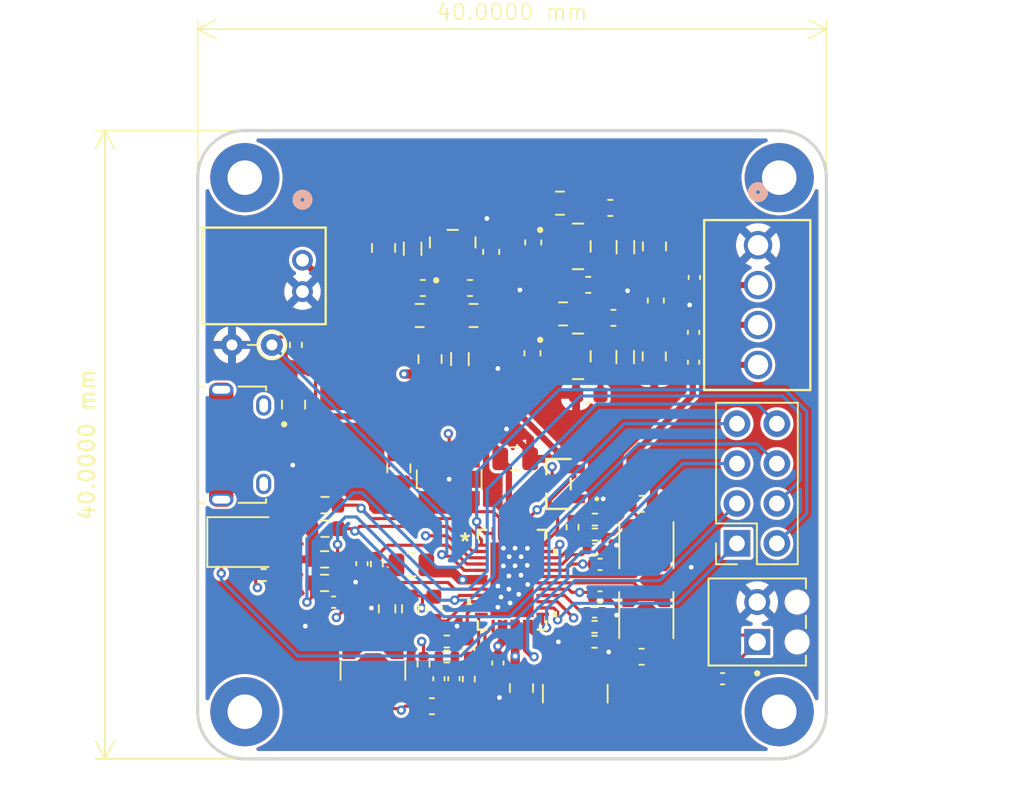
<source format=kicad_pcb>
(kicad_pcb (version 20241229) (generator "pcbnew") (generator_version "9.0")
  (layers (0 "F.Cu" signal) (4 "In1.Cu" signal) (6 "In2.Cu" signal) (2 "B.Cu" signal) (13 "F.Paste" user) (15 "B.Paste" user) (5 "F.SilkS" user "F.Silkscreen") (7 "B.SilkS" user "B.Silkscreen") (1 "F.Mask" user) (3 "B.Mask" user) (25 "Edge.Cuts" user))
  (net 0 "")
  (net 1 "GND")
  (net 2 "/PWRIN")
  (net 3 "/CLPROG")
  (net 4 "/VC3")
  (net 5 "/FB3")
  (net 6 "Net-(C5-Pad1)")
  (net 7 "Net-(C6-Pad1)")
  (net 8 "/VIN1")
  (net 9 "+3V3HC")
  (net 10 "+5V")
  (net 11 "/FB4")
  (net 12 "/FB1")
  (net 13 "/FB2")
  (net 14 "-5V")
  (net 15 "Net-(U2-CFLY+)")
  (net 16 "Net-(U2-CFLY-)")
  (net 17 "Net-(U2-IN)")
  (net 18 "Net-(U4-NR)")
  (net 19 "Net-(U3-NR{slash}FB)")
  (net 20 "-2V5")
  (net 21 "+2V5")
  (net 22 "Net-(U2-OUT)")
  (net 23 "Net-(U3-OUT)")
  (net 24 "Net-(U4-OUT)")
  (net 25 "Net-(D1-A)")
  (net 26 "/NCHRG")
  (net 27 "/MODE")
  (net 28 "/ILIM1")
  (net 29 "/NFAULT")
  (net 30 "/EN1")
  (net 31 "/EN3")
  (net 32 "/EN2")
  (net 33 "/EN4")
  (net 34 "/ILIM0")
  (net 35 "/BAT")
  (net 45 "/SW")
  (net 46 "/SWAB3")
  (net 47 "/SWCD3")
  (net 48 "/SW1")
  (net 49 "/SW2")
  (net 50 "/SW4")
  (net 51 "/GATE")
  (net 52 "/LDO3V3")
  (net 53 "/NTC")
  (net 54 "/PROG")
  (net 55 "+3V3_UC")
  (net 56 "+3V3_AFE")
  (footprint "Capacitor_SMD:C_0603_1608Metric" (layer "F.Cu") (at 174.85 89.825 180)
    (property "Reference" "C24")
    (property "Value" "0u01")
  )
  (footprint "Capacitor_SMD:C_0805_2012Metric" (layer "F.Cu") (at 167.55 91.775)
    (property "Reference" "C23")
    (property "Value" "10u")
  )
  (footprint "Capacitor_SMD:C_0603_1608Metric" (layer "F.Cu") (at 176.25 84.925)
    (property "Reference" "C32")
    (property "Value" "2u2")
  )
  (footprint "Capacitor_SMD:C_0603_1608Metric" (layer "F.Cu") (at 178.25 103.767598)
    (property "Reference" "C14")
    (property "Value" "10u")
  )
  (footprint "Capacitor_SMD:C_0402_1005Metric" (layer "F.Cu") (at 175.6 107.617598 180)
    (property "Reference" "C16")
    (property "Value" "1u")
  )
  (footprint "LED_SMD:LED_1210_3225Metric" (layer "F.Cu") (at 152.9 106.2)
    (property "Reference" "D1")
    (property "Value" "RED")
  )
  (footprint "Capacitor_SMD:C_0805_2012Metric" (layer "F.Cu") (at 173.05 84.625 180)
    (property "Reference" "C34")
    (property "Value" "10u")
  )
  (footprint "Resistor_SMD:R_0402_1005Metric" (layer "F.Cu") (at 175.25 111.597598 180)
    (property "Reference" "R19")
    (property "Value" "324K")
  )
  (footprint "MountingHole:MountingHole_2.2mm_M2_Pad_TopBottom" (layer "F.Cu") (at 187 117)
    (property "Reference" "REF**" (hide yes))
    (property "Value" "MountingHole_2.2mm_M2_Pad_TopBottom")
  )
  (footprint "Capacitor_SMD:C_0805_2012Metric" (layer "F.Cu") (at 161.825 87.475 -90)
    (property "Reference" "C38")
    (property "Value" "10u")
  )
  (footprint "Inductor_SMD:L_0805_2012Metric" (layer "F.Cu") (at 166.685 94.55 90)
    (property "Reference" "L6")
    (property "Value" "3u3")
  )
  (footprint "Resistor_SMD:R_0603_1608Metric" (layer "F.Cu") (at 158.1 103.85 180)
    (property "Reference" "R5")
    (property "Value" "10K")
  )
  (footprint "Inductor_SMD:L_Coilcraft_LPS4018" (layer "F.Cu") (at 174.023801 115.847598 -90)
    (property "Reference" "L2")
    (property "Value" "2u2")
  )
  (footprint "Capacitor_SMD:C_0805_2012Metric" (layer "F.Cu") (at 163.6 107.65 180)
    (property "Reference" "C13")
    (property "Value" "22u")
  )
  (footprint "Capacitor_SMD:C_0603_1608Metric" (layer "F.Cu") (at 176.45 91.925)
    (property "Reference" "C31")
    (property "Value" "2u2")
  )
  (footprint "Capacitor_SMD:C_0402_1005Metric" (layer "F.Cu") (at 167.25 112.98 90)
    (property "Reference" "C4")
    (property "Value" "10p")
  )
  (footprint "Resistor_SMD:R_0402_1005Metric" (layer "F.Cu") (at 173.85 105.25 90)
    (property "Reference" "R4")
    (property "Value" "2K")
  )
  (footprint "power_manager:S2B-PH-K-S" (layer "F.Cu") (at 156.6674 88.2549 -90)
    (property "Reference" "J3")
    (property "Value" "S2B-PH-K-SLFSN")
  )
  (footprint "Capacitor_SMD:C_0402_1005Metric" (layer "F.Cu") (at 183.4 114.9 180)
    (property "Reference" "C1")
    (property "Value" "1u")
  )
  (footprint "MountingHole:MountingHole_2.2mm_M2_Pad_TopBottom" (layer "F.Cu") (at 153 83)
    (property "Reference" "REF**" (hide yes))
    (property "Value" "MountingHole_2.2mm_M2_Pad_TopBottom")
  )
  (footprint "Connector_PinSocket_2.54mm:PinSocket_2x04_P2.54mm_Vertical" (layer "F.Cu") (at 184.31 106.28295 180)
    (property "Reference" "J2")
    (property "Value" "Conn_02x04_Odd_Even")
  )
  (footprint "Inductor_SMD:L_Coilcraft_LPS3010" (layer "F.Cu") (at 178.55 106.397598 90)
    (property "Reference" "L3")
    (property "Value" "4u7")
  )
  (footprint "Capacitor_SMD:C_0805_2012Metric" (layer "F.Cu") (at 156.1 97.45 90)
    (property "Reference" "C40")
    (property "Value" "10u")
  )
  (footprint "Capacitor_SMD:C_0805_2012Metric" (layer "F.Cu") (at 179.05 94.375 -90)
    (property "Reference" "C36")
    (property "Value" "10u")
  )
  (footprint "Capacitor_SMD:C_0402_1005Metric" (layer "F.Cu") (at 158.65 110.025 180)
    (property "Reference" "C41")
    (property "Value" "1u")
  )
  (footprint "power_manager:1725656" (layer "F.Cu") (at 188.7 114.0575 90)
    (property "Reference" "J1")
    (property "Value" "1725656" (hide yes))
  )
  (footprint "power_manager:LTC3586EUFE_PBF" (layer "F.Cu") (at 170 108.597598)
    (property "Reference" "U1")
    (property "Value" "LTC3586EUFE-PBF")
  )
  (footprint "Resistor_THT:R_Axial_DIN0204_L3.6mm_D1.6mm_P2.54mm_Vertical" (layer "F.Cu") (at 154.72 93.65 180)
    (property "Reference" "TH1")
    (property "Value" "NTC")
  )
  (footprint "Inductor_SMD:L_Coilcraft_LPS4018" (layer "F.Cu") (at 161.15 114.4 90)
    (property "Reference" "L5")
    (property "Value" "2u2")
  )
  (footprint "Capacitor_SMD:C_0402_1005Metric" (layer "F.Cu") (at 166.3 114.9 90)
    (property "Reference" "C5")
    (property "Value" "330p")
  )
  (footprint "Capacitor_SMD:C_0402_1005Metric" (layer "F.Cu") (at 181.55 92.85 -90)
    (property "Reference" "C28")
    (property "Value" "1u")
  )
  (footprint "Capacitor_SMD:C_0805_2012Metric" (layer "F.Cu") (at 164.125 91.775 180)
    (property "Reference" "C30")
    (property "Value" "10u")
  )
  (footprint "Capacitor_SMD:C_0402_1005Metric" (layer "F.Cu") (at 160.45 107.575 -90)
    (property "Reference" "C3")
    (property "Value" "0u1")
  )
  (footprint "Resistor_SMD:R_0603_1608Metric" (layer "F.Cu") (at 163.525 110.45 -90)
    (property "Reference" "R15")
    (property "Value" "88K7")
  )
  (footprint "Capacitor_SMD:C_0805_2012Metric" (layer "F.Cu") (at 164.785 94.55 90)
    (property "Reference" "C19")
    (property "Value" "10u")
  )
  (footprint "Resistor_SMD:R_0603_1608Metric" (layer "F.Cu") (at 158.1 105.35 180)
    (property "Reference" "R6")
    (property "Value" "10K")
  )
  (footprint "Resistor_SMD:R_0402_1005Metric" (layer "F.Cu") (at 164.37 113.98 -90)
    (property "Reference" "R13")
    (property "Value" "121K")
  )
  (footprint "power_manager:TPS60403DBVR" (layer "F.Cu") (at 166.225 87.125 90)
    (property "Reference" "U2")
    (property "Value" "TPS60403DBVR")
  )
  (footprint "Capacitor_SMD:C_0603_1608Metric" (layer "F.Cu") (at 174.85 96.825 180)
    (property "Reference" "C25")
    (property "Value" "1u")
  )
  (footprint "Resistor_SMD:R_0402_1005Metric" (layer "F.Cu") (at 175.275 105.717598 180)
    (property "Reference" "R17")
    (property "Value" "324K")
  )
  (footprint "power_manager:SI2333DDS-T1-GE3" (layer "F.Cu") (at 172.9579 102.5 90)
    (property "Reference" "MOSFET1")
    (property "Value" "SI2333DDS-T1-GE3")
  )
  (footprint "Resistor_SMD:R_0402_1005Metric" (layer "F.Cu") (at 154.2 108.3)
    (property "Reference" "R14")
    (property "Value" "510R")
  )
  (footprint "Capacitor_SMD:C_0402_1005Metric" (layer "F.Cu") (at 175.6 109.697598 180)
    (property "Reference" "C17")
    (property "Value" "1u")
  )
  (footprint "power_manager:10118194-0001LF" (layer "F.Cu") (at 151.5 100 -90)
    (property "Reference" "J5")
    (property "Value" "10118194-0001LF")
  )
  (footprint "Capacitor_SMD:C_0603_1608Metric" (layer "F.Cu") (at 164.325 90.025 180)
    (property "Reference" "C35")
    (property "Value" "1u")
  )
  (footprint "Capacitor_SMD:C_0805_2012Metric" (layer "F.Cu") (at 162.8 101.5 -90)
    (property "Reference" "C7")
    (property "Value" "22u")
  )
  (footprint "Inductor_SMD:L_0805_2012Metric" (layer "F.Cu") (at 177.2 94.425 90)
    (property "Reference" "L7")
    (property "Value" "3u3")
  )
  (footprint "Capacitor_SMD:C_0603_1608Metric" (layer "F.Cu") (at 164.9 116.65)
    (property "Reference" "C18")
    (property "Value" "10u")
  )
  (footprint "Capacitor_SMD:C_0805_2012Metric" (layer "F.Cu") (at 173.25 91.675 180)
    (property "Reference" "C33")
    (property "Value" "10u")
  )
  (footprint "power_manager:TPS72325DBVR" (layer "F.Cu") (at 174.2 87.375)
    (property "Reference" "U4")
    (property "Value" "TPS72325DBVR")
  )
  (footprint "Capacitor_SMD:C_0603_1608Metric" (layer "F.Cu") (at 168.675 87.725 90)
    (property "Reference" "C21")
    (property "Value" "1u")
  )
  (footprint "Capacitor_SMD:C_0603_1608Metric" (layer "F.Cu") (at 179.15 90.825 90)
    (property "Reference" "C39")
    (property "Value" "0u1")
  )
  (footprint "Resistor_SMD:R_0603_1608Metric" (layer "F.Cu") (at 162.05 110.45 90)
    (property "Reference" "R16")
    (property "Value" "16K9")
  )
  (footprint "Inductor_SMD:L_Coilcraft_LPS4018" (layer "F.Cu") (at 166 102.2 90)
    (property "Reference" "L1")
    (property "Value" "3u3")
  )
  (footprint "Capacitor_SMD:C_0805_2012Metric" (layer "F.Cu") (at 170.6 115.497598 -90)
    (property "Reference" "C8")
    (property "Value" "22u")
  )
  (footprint "Capacitor_SMD:C_0805_2012Metric" (layer "F.Cu") (at 170.2 100.9)
    (property "Reference" "C2")
    (property "Value" "22u")
  )
  (footprint "MountingHole:MountingHole_2.2mm_M2_Pad_TopBottom" (layer "F.Cu") (at 187 83)
    (property "Reference" "REF**" (hide yes))
    (property "Value" "MountingHole_2.2mm_M2_Pad_TopBottom")
  )
  (footprint "Capacitor_SMD:C_0402_1005Metric" (layer "F.Cu") (at 175.255 106.667598 180)
    (property "Reference" "C11")
    (property "Value" "10p")
  )
  (footprint "Capacitor_SMD:C_0805_2012Metric" (layer "F.Cu") (at 179.0625 87.375 90)
    (property "Reference" "C37")
    (property "Value" "10u")
  )
  (footprint "Capacitor_SMD:C_0603_1608Metric" (layer "F.Cu") (at 171.3 94.175 -90)
    (property "Reference" "C22")
    (property "Value" "1u")
  )
  (footprint "Resistor_SMD:R_0402_1005Metric" (layer "F.Cu") (at 175.25 112.547598)
    (property "Reference" "R20")
    (property "Value" "105K")
  )
  (footprint "Capacitor_SMD:C_0402_1005Metric" (layer "F.Cu") (at 169.1 113.897598 90)
    (property "Reference" "C9")
    (property "Value" "2u2")
  )
  (footprint "power_manager:OSTVN04A150" (layer "F.Cu") (at 185.651199 87.3 -90)
    (property "Reference" "J4")
    (property "Value" "OSTVN04A150")
  )
  (footprint "Resistor_SMD:R_0402_1005Metric" (layer "F.Cu") (at 167.25 114.92 -90)
    (property "Reference" "R10")
    (property "Value" "15K")
  )
  (footprint "Resistor_SMD:R_0603_1608Metric" (layer "F.Cu") (at 158.075 107.3 180)
    (property "Reference" "R7")
    (property "Value" "10K")
  )
  (footprint "Resistor_SMD:R_0402_1005Metric" (layer "F.Cu") (at 161.4 107.6 -90)
    (property "Reference" "R8")
    (property "Value" "2K94")
  )
  (footprint "Capacitor_SMD:C_0402_1005Metric" (layer "F.Cu") (at 165.35 114.9 90)
    (property "Reference" "C6")
    (property "Value" "33p")
  )
  (footprint "Capacitor_SMD:C_0603_1608Metric" (layer "F.Cu") (at 165.025 110.45 -90)
    (property "Reference" "C10")
    (property "Value" "10p")
  )
  (footprint "Resistor_SMD:R_0603_1608Metric" (layer "F.Cu") (at 158.075 108.8 180)
    (property "Reference" "R9")
    (property "Value" "10K")
  )
  (footprint "Capacitor_SMD:C_0402_1005Metric" (layer "F.Cu") (at 181.6 89.35 90)
    (property "Reference" "C29")
    (property "Value" "1u")
  )
  (footprint "Inductor_SMD:L_Coilcraft_LPS3010" (layer "F.Cu") (at 178.542598 110.85 -90)
    (property "Reference" "L4")
    (property "Value" "4u7")
  )
  (footprint "Capacitor_SMD:C_0603_1608Metric" (layer "F.Cu") (at 167.325 90.025)
    (property "Reference" "C26")
    (property "Value" "1u")
  )
  (footprint "Inductor_SMD:L_0805_2012Metric" (layer "F.Cu") (at 163.675 87.525 90)
    (property "Reference" "L9")
    (property "Value" "3u3")
  )
  (footprint "Resistor_SMD:R_0402_1005Metric" (layer "F.Cu") (at 156.25 93.65 90)
    (property "Reference" "R3")
    (property "Value" "100K")
  )
  (footprint "Capacitor_SMD:C_0603_1608Metric" (layer "F.Cu") (at 178.242598 113.5)
    (property "Reference" "C15")
    (property "Value" "10u")
  )
  (footprint "Resistor_SMD:R_0402_1005Metric" (layer "F.Cu") (at 175.275 104.767598)
    (property "Reference" "R18")
    (property "Value" "105K")
  )
  (footprint "MountingHole:MountingHole_2.2mm_M2_Pad_TopBottom" (layer "F.Cu") (at 153 117)
    (property "Reference" "REF**" (hide yes))
    (property "Value" "MountingHole_2.2mm_M2_Pad_TopBottom")
  )
  (footprint "power_manager:TPS73225DBVR" (layer "F.Cu") (at 174.2 94.375)
    (property "Reference" "U3")
    (property "Value" "TPS73225DBVR")
  )
  (footprint "Capacitor_SMD:C_0402_1005Metric" (layer "F.Cu") (at 181.55 94.75 90)
    (property "Reference" "C27")
    (property "Value" "1u")
  )
  (footprint "Resistor_SMD:R_0402_1005Metric" (layer "F.Cu") (at 165.85 112.53 180)
    (property "Reference" "R12")
    (property "Value" "105K")
  )
  (footprint "Inductor_SMD:L_0805_2012Metric" (layer "F.Cu") (at 177.2125 87.425 -90)
    (property "Reference" "L8")
    (property "Value" "3u3")
  )
  (footprint "Capacitor_SMD:C_0603_1608Metric" (layer "F.Cu") (at 171.35 87.125 90)
    (property "Reference" "C20")
    (property "Value" "2u2")
  )
  (footprint "Capacitor_SMD:C_0402_1005Metric" (layer "F.Cu") (at 175.25 110.647598 180)
    (property "Reference" "C12")
    (property "Value" "10p")
  )
  (footprint "Resistor_SMD:R_0402_1005Metric" (layer "F.Cu") (at 165.85 113.48)
    (property "Reference" "R11")
    (property "Value" "324K")
  )
  (gr_line (start 153 120) (end 187 120) (stroke (width 0.2)) (layer "Edge.Cuts"))
  (gr_arc (start 150 83) (mid 150.87868 80.87868) (end 153 80) (stroke (width 0.2)) (layer "Edge.Cuts"))
  (gr_arc (start 190 117) (mid 189.12132 119.12132) (end 187 120) (stroke (width 0.2)) (layer "Edge.Cuts"))
  (gr_line (start 190 117) (end 190 83) (stroke (width 0.2)) (layer "Edge.Cuts"))
  (gr_line (start 150 83) (end 150 117) (stroke (width 0.2)) (layer "Edge.Cuts"))
  (gr_arc (start 153 120) (mid 150.87868 119.12132) (end 150 117) (stroke (width 0.2)) (layer "Edge.Cuts"))
  (gr_line (start 187 80) (end 153 80) (stroke (width 0.2)) (layer "Edge.Cuts"))
  (gr_arc (start 187 80) (mid 189.12132 80.87868) (end 190 83) (stroke (width 0.2)) (layer "Edge.Cuts"))
  (dimension (type aligned) (layer "F.SilkS") (pts (xy 150 100) (xy 190 100)) (height -26.45) (format (prefix "") (suffix "") (units 3) (units_format 1) (precision 4)) (style (thickness 0.1) (arrow_length 1.27) (text_position_mode 0) (arrow_direction outward) (extension_height 0.58642) (extension_offset 0.5) (keep_text_aligned yes)) (gr_text "40.0000 mm" (at 170 72.45 0) (layer "F.SilkS") (effects (font (size 1 1) (thickness 0.1)))))
  (dimension (type aligned) (layer "F.SilkS") (pts (xy 170 80) (xy 170 120)) (height 25.899999) (format (prefix "") (suffix "") (units 3) (units_format 1) (precision 4)) (style (thickness 0.1) (arrow_length 1.27) (text_position_mode 0) (arrow_direction outward) (extension_height 0.58642) (extension_offset 0.5) (keep_text_aligned yes)) (gr_text "40.0000 mm" (at 142.950001 100 90) (layer "F.SilkS") (effects (font (size 1 1) (thickness 0.15)))))
  (segment (start 162.05 109.625) (end 161.825 109.625) (width 0.2) (layer "F.Cu") (net 1))
  (segment (start 161.4 108.11) (end 160.505 108.11) (width 0.2) (layer "F.Cu") (net 1))
  (segment (start 171.35 86.35) (end 171.35 86.25) (width 0.6) (layer "F.Cu") (net 1))
  (segment (start 171.15 100.9) (end 171.15 100.5) (width 0.4) (layer "F.Cu") (net 1))
  (segment (start 169.2 114.477598) (end 169.1 114.377598) (width 0.6) (layer "F.Cu") (net 1))
  (segment (start 169.2 116.1) (end 169.2 114.477598) (width 0.6) (layer "F.Cu") (net 1))
  (segment (start 161.825 109.625) (end 161.05 110.4) (width 0.2) (layer "F.Cu") (net 1))
  (segment (start 158.17 110.025) (end 158.17 110.23) (width 0.2) (layer "F.Cu") (net 1))
  (segment (start 167.175 85.87) (end 167.175 85.545) (width 0.6) (layer "F.Cu") (net 1))
  (segment (start 176.08 109.697598) (end 176.65 110.267598) (width 0.2) (layer "F.Cu") (net 1))
  (segment (start 168.03 85.23) (end 168.4 85.6) (width 0.6) (layer "F.Cu") (net 1))
  (segment (start 165.34 112.53) (end 166.32 111.55) (width 0.2) (layer "F.Cu") (net 1))
  (segment (start 175.785 104.767598) (end 175.785 103.465) (width 0.2) (layer "F.Cu") (net 1))
  (segment (start 171.15 100.5) (end 169.65 99) (width 0.4) (layer "F.Cu") (net 1))
  (segment (start 166.32 111.55) (end 166.5 111.55) (width 0.2) (layer "F.Cu") (net 1))
  (segment (start 176.65 106.4) (end 176.65 107.047598) (width 0.2) (layer "F.Cu") (net 1))
  (segment (start 172.02 85.58) (end 172.02 84.705) (width 0.6) (layer "F.Cu") (net 1))
  (segment (start 169.547598 116.447598) (end 169.2 116.1) (width 0.6) (layer "F.Cu") (net 1))
  (segment (start 173.85 104.74) (end 174.49 104.1) (width 0.2) (layer "F.Cu") (net 1))
  (segment (start 167.175 85.545) (end 167.49 85.23) (width 0.6) (layer "F.Cu") (net 1))
  (segment (start 171.3 94.95) (end 171.875 94.375) (width 0.4) (layer "F.Cu") (net 1))
  (segment (start 154.175 101.3) (end 156.05 101.3) (width 0.2) (layer "F.Cu") (net 1))
  (segment (start 175.15 104.1) (end 175.8 103.45) (width 0.2) (layer "F.Cu") (net 1))
  (segment (start 172.945 85.47) (end 172.1 84.625) (width 0.6) (layer "F.Cu") (net 1))
  (segment (start 160.45 108.055) (end 160.45 108.35) (width 0.2) (layer "F.Cu") (net 1))
  (segment (start 167.49 85.23) (end 168.03 85.23) (width 0.6) (layer "F.Cu") (net 1))
  (segment (start 171.35 86.25) (end 172.02 85.58) (width 0.6) (layer "F.Cu") (net 1))
  (segment (start 177.23 91.93) (end 177.87 91.93) (width 0.6) (layer "F.Cu") (net 1))
  (segment (start 177.87 90.72) (end 177.35 90.2) (width 0.6) (layer "F.Cu") (net 1))
  (segment (start 175.76 112.547598) (end 175.76 112.81) (width 0.2) (layer "F.Cu") (net 1))
  (segment (start 172.02 84.705) (end 172.1 84.625) (width 0.6) (layer "F.Cu") (net 1))
  (segment (start 176.65 107.047598) (end 176.08 107.617598) (width 0.2) (layer "F.Cu") (net 1))
  (segment (start 174.49 104.1) (end 175.15 104.1) (width 0.2) (layer "F.Cu") (net 1))
  (segment (start 164.785 93.385) (end 163.175 91.775) (width 0.6) (layer "F.Cu") (net 1))
  (segment (start 175.785 103.465) (end 175.8 103.45) (width 0.2) (layer "F.Cu") (net 1))
  (segment (start 171.875 94.375) (end 172.945 94.375) (width 0.4) (layer "F.Cu") (net 1))
  (segment (start 163.48 90.095) (end 163.55 90.025) (width 0.6) (layer "F.Cu") (net 1))
  (segment (start 168.1 90.025) (end 170.375 90.025) (width 0.6) (layer "F.Cu") (net 1))
  (segment (start 160.45 108.35) (end 160.05 108.75) (width 0.2) (layer "F.Cu") (net 1))
  (segment (start 168.1 90.025) (end 168.1 91.375) (width 0.6) (layer "F.Cu") (net 1))
  (segment (start 168.1 91.375) (end 168.5 91.775) (width 0.6) (layer "F.Cu") (net 1))
  (segment (start 163.175 91.775) (end 163.48 91.47) (width 0.6) (layer "F.Cu") (net 1))
  (segment (start 170.375 90.025) (end 170.5 90.15) (width 0.6) (layer "F.Cu") (net 1))
  (segment (start 172.945 86.425) (end 172.945 85.47) (width 0.6) (layer "F.Cu") (net 1))
  (segment (start 162.65 107.65) (end 161.86 107.65) (width 0.2) (layer "F.Cu") (net 1))
  (segment (start 175.76 112.81) (end 176.15 113.2) (width 0.2) (layer "F.Cu") (net 1))
  (segment (start 164.785 93.6) (end 164.785 93.385) (width 0.6) (layer "F.Cu") (net 1))
  (segment (start 160.505 108.11) (end 160.45 108.055) (width 0.2) (layer "F.Cu") (net 1))
  (segment (start 163.48 91.47) (end 163.48 90.095) (width 0.6) (layer "F.Cu") (net 1))
  (segment (start 170.6 116.447598) (end 169.547598 116.447598) (width 0.6) (layer "F.Cu") (net 1))
  (segment (start 158.17 110.23) (end 156.85 111.55) (width 0.2) (layer "F.Cu") (net 1))
  (segment (start 176.65 110.267598) (end 176.65 110.85) (width 0.2) (layer "F.Cu") (net 1))
  (segment (start 177.87 91.93) (end 177.87 90.72) (width 0.6) (layer "F.Cu") (net 1))
  (segment (start 177.225 91.925) (end 177.23 91.93) (width 0.6) (layer "F.Cu") (net 1))
  (segment (start 161.86 107.65) (end 161.4 108.11) (width 0.2) (layer "F.Cu") (net 1))
  (via (at 169.1 95.15) (size 0.6) (drill 0.3) (layers "F.Cu" "B.Cu") (net 1))
  (via (at 169.45 106.59) (size 0.6) (drill 0.3) (layers "F.Cu" "B.Cu") (net 1))
  (via (at 170.5 90.15) (size 0.6) (drill 0.3) (layers "F.Cu" "B.Cu") (net 1))
  (via (at 176.65 110.85) (size 0.6) (drill 0.3) (layers "F.Cu" "B.Cu") (net 1))
  (via (at 170.19 106.59) (size 0.6) (drill 0.3) (layers "F.Cu" "B.Cu") (net 1))
  (via (at 170.19 107.71) (size 0.6) (drill 0.3) (layers "F.Cu" "B.Cu") (net 1))
  (via (at 169.8 109.2) (size 0.6) (drill 0.3) (layers "F.Cu" "B.Cu") (net 1))
  (via (at 169.82 107.13) (size 0.6) (drill 0.3) (layers "F.Cu" "B.Cu") (net 1))
  (via (at 170.97 107.68) (size 0.6) (drill 0.3) (layers "F.Cu" "B.Cu") (net 1))
  (via (at 168.4 85.6) (size 0.6) (drill 0.3) (layers "F.Cu" "B.Cu") (net 1))
  (via (at 169.45 107.72) (size 0.6) (drill 0.3) (layers "F.Cu" "B.Cu") (net 1))
  (via (at 156.85 111.55) (size 0.6) (drill 0.3) (layers "F.Cu" "B.Cu") (net 1))
  (via (at 169.3 109.7) (size 0.6) (drill 0.3) (layers "F.Cu" "B.Cu") (net 1))
  (via (at 175.8 103.45) (size 0.6) (drill 0.3) (layers "F.Cu" "B.Cu") (net 1))
  (via (at 176.65 106.4) (size 0.6) (drill 0.3) (layers "F.Cu" "B.Cu") (net 1))
  (via (at 169.1 110.35) (size 0.6) (drill 0.3) (layers "F.Cu" "B.Cu") (net 1))
  (via (at 169.1 109) (size 0.6) (drill 0.3) (layers "F.Cu" "B.Cu") (net 1))
  (via (at 170.58 107.13) (size 0.6) (drill 0.3) (layers "F.Cu" "B.Cu") (net 1))
  (via (at 169.875735 110.075735) (size 0.6) (drill 0.3) (layers "F.Cu" "B.Cu") (net 1))
  (via (at 181.4 107.8) (size 0.6) (drill 0.3) (layers "F.Cu" "B.Cu") (net 1))
  (via (at 169.8 108.36) (size 0.6) (drill 0.3) (layers "F.Cu" "B.Cu") (net 1))
  (via (at 160.05 108.75) (size 0.6) (drill 0.3) (layers "F.Cu" "B.Cu") (net 1))
  (via (at 166 102.2) (size 0.6) (drill 0.3) (layers "F.Cu" "B.Cu") (net 1))
  (via (at 170.57 108.31) (size 0.6) (drill 0.3) (layers "F.Cu" "B.Cu") (net 1))
  (via (at 169.2 116.1) (size 0.6) (drill 0.3) (layers "F.Cu" "B.Cu") (net 1))
  (via (at 169.65 99) (size 0.6) (drill 0.3) (layers "F.Cu" "B.Cu") (net 1))
  (via (at 181.3 91.1) (size 0.6) (drill 0.3) (layers "F.Cu" "B.Cu") (net 1))
  (via (at 170.425735 109.525735) (size 0.6) (drill 0.3) (layers "F.Cu" "B.Cu") (net 1))
  (via (at 177.35 90.2) (size 0.6) (drill 0.3) (layers "F.Cu" "B.Cu") (net 1))
  (via (at 170.98 106.6) (size 0.6) (drill 0.3) (layers "F.Cu" "B.Cu") (net 1))
  (via (at 166.5 111.55) (size 0.6) (drill 0.3) (layers "F.Cu" "B.Cu") (net 1))
  (via (at 171 108.9) (size 0.6) (drill 0.3) (layers "F.Cu" "B.Cu") (net 1))
  (via (at 161.05 110.4) (size 0.6) (drill 0.3) (layers "F.Cu" "B.Cu") (net 1))
  (via (at 156.05 101.3) (size 0.6) (drill 0.3) (layers "F.Cu" "B.Cu") (net 1))
  (via (at 176.15 113.2) (size 0.6) (drill 0.3) (layers "F.Cu" "B.Cu") (net 1))
  (via (at 172.95 112.55) (size 0.6) (drill 0.3) (layers "F.Cu" "B.Cu") (net 1))
  (segment (start 169.95 104.7) (end 170 104.75) (width 0.2) (layer "F.Cu") (net 2))
  (segment (start 155.8 98.7) (end 156.1 98.4) (width 0.4) (layer "F.Cu") (net 2))
  (segment (start 166.98 98.2) (end 156.3 98.2) (width 0.4) (layer "F.Cu") (net 2))
  (segment (start 169.5 101.15) (end 169.5 100.72) (width 0.4) (layer "F.Cu") (net 2))
  (segment (start 156.1 98.4) (end 156.35 98.4) (width 0.2) (layer "F.Cu") (net 2))
  (segment (start 157.5 95.15) (end 156.51 94.16) (width 0.2) (layer "F.Cu") (net 2))
  (segment (start 169.5 100.72) (end 166.98 98.2) (width 0.4) (layer "F.Cu") (net 2))
  (segment (start 154.175 98.7) (end 155.8 98.7) (width 0.4) (layer "F.Cu") (net 2))
  (segment (start 157.5 97.25) (end 157.5 95.15) (width 0.2) (layer "F.Cu") (net 2))
  (segment (start 156.35 98.4) (end 157.5 97.25) (width 0.2) (layer "F.Cu") (net 2))
  (segment (start 169.600001 105.645196) (end 169.600001 104.749999) (width 0.2) (layer "F.Cu") (net 2))
  (segment (start 156.51 94.16) (end 156.25 94.16) (width 0.2) (layer "F.Cu") (net 2))
  (segment (start 169.8 101.45) (end 169.5 101.15) (width 0.4) (layer "F.Cu") (net 2))
  (segment (start 169.8 104.7) (end 169.95 104.7) (width 0.2) (layer "F.Cu") (net 2))
  (segment (start 169.8 104.7) (end 169.8 101.45) (width 0.4) (layer "F.Cu") (net 2))
  (segment (start 156.3 98.2) (end 156.1 98.4) (width 0.4) (layer "F.Cu") (net 2))
  (segment (start 169.65 104.7) (end 169.8 104.7) (width 0.2) (layer "F.Cu") (net 2))
  (segment (start 170 104.75) (end 170 105.645196) (width 0.2) (layer "F.Cu") (net 2))
  (segment (start 169.600001 104.749999) (end 169.65 104.7) (width 0.2) (layer "F.Cu") (net 2))
  (segment (start 165.93083 106.4) (end 162.09 106.4) (width 0.2) (layer "F.Cu") (net 3))
  (segment (start 160.455 107.09) (end 160.45 107.095) (width 0.2) (layer "F.Cu") (net 3))
  (segment (start 168.047601 107.597597) (end 167.128427 107.597597) (width 0.2) (layer "F.Cu") (net 3))
  (segment (start 161.4 107.09) (end 160.455 107.09) (width 0.2) (layer "F.Cu") (net 3))
  (segment (start 167.128427 107.597597) (end 165.93083 106.4) (width 0.2) (layer "F.Cu") (net 3))
  (segment (start 162.09 106.4) (end 161.4 107.09) (width 0.2) (layer "F.Cu") (net 3))
  (segment (start 167.25 113.46) (end 167.873801 112.836199) (width 0.2) (layer "F.Cu") (net 4))
  (segment (start 167.25 114.41) (end 167.25 113.46) (width 0.2) (layer "F.Cu") (net 4))
  (segment (start 167.873801 110.971399) (end 168.047601 110.797599) (width 0.2) (layer "F.Cu") (net 4))
  (segment (start 167.873801 112.836199) (end 167.873801 110.971399) (width 0.2) (layer "F.Cu") (net 4))
  (segment (start 166.3 112.59) (end 166.36 112.53) (width 0.2) (layer "F.Cu") (net 5))
  (segment (start 167.25 112.5) (end 166.39 112.5) (width 0.2) (layer "F.Cu") (net 5))
  (segment (start 165.35 114.42) (end 166.3 114.42) (width 0.2) (layer "F.Cu") (net 5))
  (segment (start 167.15 112.4) (end 167.15 110.75) (width 0.2) (layer "F.Cu") (net 5))
  (segment (start 166.3 114.42) (end 166.3 112.59) (width 0.2) (layer "F.Cu") (net 5))
  (segment (start 167.502403 110.397597) (end 168.047601 110.397597) (width 0.2) (layer "F.Cu") (net 5))
  (segment (start 167.25 112.5) (end 167.15 112.4) (width 0.2) (layer "F.Cu") (net 5))
  (segment (start 167.15 110.75) (end 167.502403 110.397597) (width 0.2) (layer "F.Cu") (net 5))
  (segment (start 166.39 112.5) (end 166.36 112.53) (width 0.2) (layer "F.Cu") (net 5))
  (segment (start 167.25 115.43) (end 166.35 115.43) (width 0.2) (layer "F.Cu") (net 6))
  (segment (start 165.26 115.38) (end 164.37 114.49) (width 0.2) (layer "F.Cu") (net 7))
  (segment (start 165.35 115.38) (end 165.26 115.38) (width 0.2) (layer "F.Cu") (net 7))
  (segment (start 162.85 116.8) (end 161.785 116.8) (width 0.2) (layer "F.Cu") (net 8))
  (segment (start 164.125 116.65) (end 163.2 116.65) (width 0.2) (layer "F.Cu") (net 8))
  (segment (start 174.3 109.4) (end 173.802095 109.4) (width 0.2) (layer "F.Cu") (net 8))
  (segment (start 173.917052 111.027079) (end 172.887571 109.997598) (width 0.2) (layer "F.Cu") (net 8))
  (segment (start 175.102402 107.6) (end 175.12 107.617598) (width 0.2) (layer "F.Cu") (net 8))
  (segment (start 153.69 108.3) (end 153.69 108.99) (width 0.2) (layer "F.Cu") (net 8))
  (segment (start 173.599692 109.197597) (end 171.952399 109.197597) (width 0.2) (layer "F.Cu") (net 8))
  (segment (start 170.399999 104.041901) (end 171.9419 102.5) (width 0.2) (layer "F.Cu") (net 8))
  (segment (start 169.4006 112.527171) (end 169.4006 112) (width 0.55) (layer "F.Cu") (net 8))
  (segment (start 166 100.435) (end 162.915 100.435) (width 0.2) (layer "F.Cu") (net 8))
  (segment (start 174.822402 109.4) (end 175.12 109.697598) (width 0.2) (layer "F.Cu") (net 8))
  (segment (start 161.785 116.8) (end 161.15 116.165) (width 0.2) (layer "F.Cu") (net 8))
  (segment (start 174.5 107.6) (end 173.765685 107.6) (width 0.2) (layer "F.Cu") (net 8))
  (segment (start 174.5 107.6) (end 175.102402 107.6) (width 0.2) (layer "F.Cu") (net 8))
  (segment (start 169.1 112.827771) (end 169.4006 112.527171) (width 0.55) (layer "F.Cu") (net 8))
  (segment (start 172 102.5) (end 172.55 101.95) (width 0.2) (layer "F.Cu") (net 8))
  (segment (start 173.368086 107.997599) (end 171.952399 107.997599) (width 0.2) (layer "F.Cu") (net 8))
  (segment (start 162.915 100.435) (end 162.8 100.55) (width 0.2) (layer "F.Cu") (net 8))
  (segment (start 170.399999 105.645196) (end 170.399999 104.041901) (width 0.2) (layer "F.Cu") (net 8))
  (segment (start 169.4 111.9994) (end 169.4 111.473598) (width 0.55) (layer "F.Cu") (net 8))
  (segment (start 162.95 116.9) (end 162.85 116.8) (width 0.2) (layer "F.Cu") (net 8))
  (segment (start 166 99.35) (end 165.95 99.3) (width 0.2) (layer "F.Cu") (net 8))
  (segment (start 169.4006 112) (end 169.4 111.9994) (width 0.6) (layer "F.Cu") (net 8))
  (segment (start 169.1 112.827771) (end 169.1 113.417598) (width 0.4) (layer "F.Cu") (net 8))
  (segment (start 163.2 116.65) (end 162.95 116.9) (width 0.2) (layer "F.Cu") (net 8))
  (segment (start 173.802095 109.4) (end 173.599692 109.197597) (width 0.2) (layer "F.Cu") (net 8))
  (segment (start 174.3 109.4) (end 174.822402 109.4) (width 0.2) (layer "F.Cu") (net 8))
  (segment (start 173.765685 107.6) (end 173.368086 107.997599) (width 0.2) (layer "F.Cu") (net 8))
  (segment (start 153.69 108.99) (end 153.8 109.1) (width 0.2) (layer "F.Cu") (net 8))
  (segment (start 171.9419 102.5) (end 172 102.5) (width 0.2) (layer "F.Cu") (net 8))
  (segment (start 172.55 101.95) (end 172.55 101.4) (width 0.2) (layer "F.Cu") (net 8))
  (segment (start 166 100.435) (end 166 99.35) (width 0.2) (layer "F.Cu") (net 8))
  (segment (start 172.887571 109.997598) (end 171.952399 109.997598) (width 0.2) (layer "F.Cu") (net 8))
  (via (at 172.55 101.4) (size 0.6) (drill 0.3) (layers "F.Cu" "B.Cu") (net 8))
  (via (at 153.8 109.1) (size 0.6) (drill 0.3) (layers "F.Cu" "B.Cu") (net 8))
  (via (at 174.5 107.6) (size 0.6) (drill 0.3) (layers "F.Cu" "B.Cu") (net 8))
  (via (at 162.95 116.9) (size 0.6) (drill 0.3) (layers "F.Cu" "B.Cu") (net 8))
  (via (at 173.917052 111.027079) (size 0.6) (drill 0.3) (layers "F.Cu" "B.Cu") (net 8))
  (via (at 169.1 112.827771) (size 0.6) (drill 0.3) (layers "F.Cu" "B.Cu") (net 8))
  (via (at 165.95 99.3) (size 0.6) (drill 0.3) (layers "F.Cu" "B.Cu") (net 8))
  (via (at 174.3 109.4) (size 0.6) (drill 0.3) (layers "F.Cu" "B.Cu") (net 8))
  (segment (start 170.2 114.147598) (end 170.6 114.547598) (width 0.6) (layer "F.Cu") (net 9))
  (segment (start 170.2 113.46) (end 170.1 113.36) (width 0.2) (layer "F.Cu") (net 9))
  (segment (start 170.2 113.46) (end 170.2 112.6) (width 0.55) (layer "F.Cu") (net 9))
  (segment (start 170.2 112.6) (end 170.2 111.47) (width 0.55) (layer "F.Cu") (net 9))
  (segment (start 165.34 113.48) (end 164.38 113.48) (width 0.2) (layer "F.Cu") (net 9))
  (segment (start 164.38 113.48) (end 164.37 113.47) (width 0.2) (layer "F.Cu") (net 9))
  (segment (start 170.2 113.46) (end 170.2 114.147598) (width 0.6) (layer "F.Cu") (net 9))
  (segment (start 164.37 112.65) (end 164.25 112.53) (width 0.2) (layer "F.Cu") (net 9))
  (segment (start 164.37 113.47) (end 164.37 112.65) (width 0.2) (layer "F.Cu") (net 9))
  (segment (start 170.2 113.46) (end 170.3 113.36) (width 0.2) (layer "F.Cu") (net 9))
  (via (at 164.25 112.53) (size 0.6) (drill 0.3) (layers "F.Cu" "B.Cu") (net 9))
  (via (at 170.2 113.46) (size 0.6) (drill 0.3) (layers "F.Cu" "B.Cu") (net 9))
  (segment (start 166.7128 108.597598) (end 166.855635 108.597598) (width 0.6) (layer "F.Cu") (net 10))
  (segment (start 165.049938 108.149938) (end 166.26514 108.149938) (width 0.6) (layer "F.Cu") (net 10))
  (segment (start 166.685 95.6125) (end 164.8975 95.6125) (width 0.6) (layer "F.Cu") (net 10))
  (segment (start 166.26514 108.149938) (end 166.7128 108.597598) (width 0.6) (layer "F.Cu") (net 10))
  (segment (start 164.8975 95.6125) (end 164.785 95.5) (width 0.4) (layer "F.Cu") (net 10))
  (segment (start 164.3 109.625) (end 164.3 110.35) (width 0.2) (layer "F.Cu") (net 10))
  (segment (start 164.3 109.625) (end 164.975 109.625) (width 0.2) (layer "F.Cu") (net 10))
  (segment (start 163.525 109.625) (end 164.3 109.625) (width 0.2) (layer "F.Cu") (net 10))
  (segment (start 164.785 95.5) (end 163.125 95.5) (width 0.6) (layer "F.Cu") (net 10))
  (segment (start 166.855635 108.597598) (end 168.124 108.597598) (width 0.6) (layer "F.Cu") (net 10))
  (segment (start 164.55 107.65) (end 165.049938 108.149938) (width 0.6) (layer "F.Cu") (net 10))
  (segment (start 164.975 109.625) (end 165.025 109.675) (width 0.2) (layer "F.Cu") (net 10))
  (segment (start 164.3 110.35) (end 164.25 110.4) (width 0.2) (layer "F.Cu") (net 10))
  (via (at 166.855635 108.597598) (size 0.6) (drill 0.3) (layers "F.Cu" "B.Cu") (net 10))
  (via (at 163.125 95.5) (size 0.6) (drill 0.3) (layers "F.Cu" "B.Cu") (net 10))
  (via (at 164.25 110.4) (size 0.6) (drill 0.3) (layers "F.Cu" "B.Cu") (net 10))
  (segment (start 167.100931 109.997598) (end 165.873529 111.225) (width 0.2) (layer "F.Cu") (net 11))
  (segment (start 162.05 111.275) (end 164.975 111.275) (width 0.2) (layer "F.Cu") (net 11))
  (segment (start 164.975 111.275) (end 165.025 111.225) (width 0.2) (layer "F.Cu") (net 11))
  (segment (start 168.047601 109.997598) (end 167.100931 109.997598) (width 0.2) (layer "F.Cu") (net 11))
  (segment (start 165.873529 111.225) (end 165.025 111.225) (width 0.2) (layer "F.Cu") (net 11))
  (segment (start 173.8 107) (end 174.442598 107) (width 0.2) (layer "F.Cu") (net 12))
  (segment (start 174.442598 107) (end 174.775 106.667598) (width 0.2) (layer "F.Cu") (net 12))
  (segment (start 173.202403 107.597597) (end 173.8 107) (width 0.2) (layer "F.Cu") (net 12))
  (segment (start 174.775 106.667598) (end 174.775 104.777598) (width 0.2) (layer "F.Cu") (net 12))
  (segment (start 171.952399 107.597597) (end 173.202403 107.597597) (width 0.2) (layer "F.Cu") (net 12))
  (segment (start 174.775 104.777598) (end 174.765 104.767598) (width 0.2) (layer "F.Cu") (net 12))
  (segment (start 174.77 112.517598) (end 174.74 112.547598) (width 0.2) (layer "F.Cu") (net 13))
  (segment (start 174.386101 110.647598) (end 174.77 110.647598) (width 0.2) (layer "F.Cu") (net 13))
  (segment (start 173.336102 109.597599) (end 174.386101 110.647598) (width 0.2) (layer "F.Cu") (net 13))
  (segment (start 171.952399 109.597599) (end 173.336102 109.597599) (width 0.2) (layer "F.Cu") (net 13))
  (segment (start 174.77 110.647598) (end 174.77 112.517598) (width 0.2) (layer "F.Cu") (net 13))
  (segment (start 170.1 86.925) (end 171.075 87.9) (width 0.6) (layer "F.Cu") (net 14))
  (segment (start 168.26 83.55) (end 170.1 85.39) (width 0.6) (layer "F.Cu") (net 14))
  (segment (start 170.1 85.39) (end 170.1 86.925) (width 0.6) (layer "F.Cu") (net 14))
  (segment (start 171.875 87.375) (end 171.35 87.9) (width 0.4) (layer "F.Cu") (net 14))
  (segment (start 161.8875 86.4625) (end 161.825 86.525) (width 0.4) (layer "F.Cu") (net 14))
  (segment (start 172.945 88.325) (end 171.775 88.325) (width 0.4) (layer "F.Cu") (net 14))
  (segment (start 172.945 87.375) (end 171.875 87.375) (width 0.4) (layer "F.Cu") (net 14))
  (segment (start 171.075 87.9) (end 171.35 87.9) (width 0.4) (layer "F.Cu") (net 14))
  (segment (start 163.675 86.4625) (end 163.675 85.05) (width 0.6) (layer "F.Cu") (net 14))
  (segment (start 165.175 83.55) (end 168.26 83.55) (width 0.6) (layer "F.Cu") (net 14))
  (segment (start 171.775 88.325) (end 171.35 87.9) (width 0.4) (layer "F.Cu") (net 14))
  (segment (start 163.675 85.05) (end 165.175 83.55) (width 0.6) (layer "F.Cu") (net 14))
  (segment (start 163.675 86.4625) (end 161.8875 86.4625) (width 0.6) (layer "F.Cu") (net 14))
  (segment (start 168.575 87.05) (end 166.455 87.05) (width 0.4) (layer "F.Cu") (net 15))
  (segment (start 168.675 86.95) (end 168.575 87.05) (width 0.4) (layer "F.Cu") (net 15))
  (segment (start 166.455 87.05) (end 165.275 85.87) (width 0.4) (layer "F.Cu") (net 15))
  (segment (start 167.295 88.5) (end 167.175 88.38) (width 0.4) (layer "F.Cu") (net 16))
  (segment (start 168.675 88.5) (end 167.295 88.5) (width 0.4) (layer "F.Cu") (net 16))
  (segment (start 173.549999 93.425) (end 172.945 93.425) (width 0.4) (layer "F.Cu") (net 17))
  (segment (start 166.685 93.4875) (end 166.685 90.16) (width 0.4) (layer "F.Cu") (net 17))
  (segment (start 174.15 94.025001) (end 173.549999 93.425) (width 0.4) (layer "F.Cu") (net 17))
  (segment (start 173.675 95.325) (end 174.15 94.85) (width 0.4) (layer "F.Cu") (net 17))
  (segment (start 166.225 89.7) (end 166.225 88.38) (width 0.4) (layer "F.Cu") (net 17))
  (segment (start 174.15 94.85) (end 174.15 94.025001) (width 0.4) (layer "F.Cu") (net 17))
  (segment (start 166.685 90.16) (end 166.55 90.025) (width 0.4) (layer "F.Cu") (net 17))
  (segment (start 166.685 93.4875) (end 171.2125 93.4875) (width 0.4) (layer "F.Cu") (net 17))
  (segment (start 166.55 90.025) (end 166.225 89.7) (width 0.4) (layer "F.Cu") (net 17))
  (segment (start 172.945 95.325) (end 173.675 95.325) (width 0.4) (layer "F.Cu") (net 17))
  (segment (start 171.3 93.4) (end 172.92 93.4) (width 0.4) (layer "F.Cu") (net 17))
  (segment (start 171.2125 93.4875) (end 171.3 93.4) (width 0.4) (layer "F.Cu") (net 17))
  (segment (start 172.92 93.4) (end 172.945 93.425) (width 0.4) (layer "F.Cu") (net 17))
  (segment (start 175.625 88.495) (end 175.455 88.325) (width 0.4) (layer "F.Cu") (net 18))
  (segment (start 175.625 89.825) (end 175.625 88.495) (width 0.4) (layer "F.Cu") (net 18))
  (segment (start 175.625 95.495) (end 175.455 95.325) (width 0.4) (layer "F.Cu") (net 19))
  (segment (start 175.625 96.825) (end 175.625 95.495) (width 0.4) (layer "F.Cu") (net 19))
  (segment (start 179.15 88.4125) (end 179.0625 88.325) (width 0.4) (layer "F.Cu") (net 20))
  (segment (start 178.9 88.4875) (end 179.0625 88.325) (width 0.4) (layer "F.Cu") (net 20))
  (segment (start 177.2125 88.4875) (end 178.9 88.4875) (width 0.4) (layer "F.Cu") (net 20))
  (segment (start 185.651199 89.84) (end 180.5775 89.84) (width 0.4) (layer "F.Cu") (net 20))
  (segment (start 180.5775 89.84) (end 179.0625 88.325) (width 0.4) (layer "F.Cu") (net 20))
  (segment (start 179.15 90.05) (end 179.15 88.4125) (width 0.4) (layer "F.Cu") (net 20))
  (segment (start 180.105 92.37) (end 179.05 93.425) (width 0.4) (layer "F.Cu") (net 21))
  (segment (start 179.15 93.325) (end 179.05 93.425) (width 0.4) (layer "F.Cu") (net 21))
  (segment (start 179.15 91.6) (end 179.15 93.325) (width 0.4) (layer "F.Cu") (net 21))
  (segment (start 185.651199 92.38) (end 185.641199 92.37) (width 0.4) (layer "F.Cu") (net 21))
  (segment (start 177.2 93.3625) (end 178.9875 93.3625) (width 0.4) (layer "F.Cu") (net 21))
  (segment (start 178.9875 93.3625) (end 179.05 93.425) (width 0.4) (layer "F.Cu") (net 21))
  (segment (start 185.641199 92.37) (end 180.105 92.37) (width 0.4) (layer "F.Cu") (net 21))
  (segment (start 165.1 90.025) (end 165.25 89.875) (width 0.4) (layer "F.Cu") (net 22))
  (segment (start 165.25 88.405) (end 165.275 88.38) (width 0.4) (layer "F.Cu") (net 22))
  (segment (start 165.075 90.05) (end 165.1 90.025) (width 0.4) (layer "F.Cu") (net 22))
  (segment (start 165.0675 88.5875) (end 165.275 88.38) (width 0.4) (layer "F.Cu") (net 22))
  (segment (start 165.075 91.775) (end 165.075 90.05) (width 0.4) (layer "F.Cu") (net 22))
  (segment (start 163.675 88.5875) (end 165.0675 88.5875) (width 0.4) (layer "F.Cu") (net 22))
  (segment (start 165.25 89.875) (end 165.25 88.405) (width 0.4) (layer "F.Cu") (net 22))
  (segment (start 175.455 93.425) (end 175.455 92.145) (width 0.4) (layer "F.Cu") (net 23))
  (segment (start 175.425 91.675) (end 175.675 91.925) (width 0.4) (layer "F.Cu") (net 23))
  (segment (start 175.455 93.7425) (end 177.2 95.4875) (width 0.4) (layer "F.Cu") (net 23))
  (segment (start 175.455 93.425) (end 175.455 93.7425) (width 0.4) (layer "F.Cu") (net 23))
  (segment (start 174.2 91.675) (end 175.425 91.675) (width 0.4) (layer "F.Cu") (net 23))
  (segment (start 175.455 92.145) (end 175.675 91.925) (width 0.4) (layer "F.Cu") (net 23))
  (segment (start 175.475 84.925) (end 174.3 84.925) (width 0.4) (layer "F.Cu") (net 24))
  (segment (start 175.455 86.425) (end 175.455 84.945) (width 0.4) (layer "F.Cu") (net 24))
  (segment (start 175.455 86.425) (end 177.15 86.425) (width 0.4) (layer "F.Cu") (net 24))
  (segment (start 177.15 86.425) (end 177.2125 86.3625) (width 0.4) (layer "F.Cu") (net 24))
  (segment (start 174.3 84.925) (end 174 84.625) (width 0.4) (layer "F.Cu") (net 24))
  (segment (start 175.455 84.945) (end 175.475 84.925) (width 0.4) (layer "F.Cu") (net 24))
  (segment (start 154.71 108.3) (end 154.71 106.61) (width 0.2) (layer "F.Cu") (net 25))
  (segment (start 154.71 106.61) (end 154.3 106.2) (width 0.2) (layer "F.Cu") (net 25))
  (segment (start 151.5 106.2) (end 151.5 108.2) (width 0.2) (layer "F.Cu") (net 26))
  (segment (start 173.042892 106.342892) (end 172.588185 106.797599) (width 0.2) (layer "F.Cu") (net 26))
  (segment (start 172.588185 106.797599) (end 171.952399 106.797599) (width 0.2) (layer "F.Cu") (net 26))
  (via (at 173.042892 106.342892) (size 0.6) (drill 0.3) (layers "F.Cu" "B.Cu") (net 26))
  (via (at 151.5 108.2) (size 0.6) (drill 0.3) (layers "F.Cu" "B.Cu") (net 26))
  (segment (start 166.75 113.45) (end 156.35 113.45) (width 0.2) (layer "B.Cu") (net 26))
  (segment (start 173.042892 106.342892) (end 173.042892 108.357108) (width 0.2) (layer "B.Cu") (net 26))
  (segment (start 156.35 113.45) (end 151.5 108.6) (width 0.2) (layer "B.Cu") (net 26))
  (segment (start 168.9 111.4) (end 168.2 112.1) (width 0.2) (layer "B.Cu") (net 26))
  (segment (start 173.042892 108.357108) (end 170 111.4) (width 0.2) (layer "B.Cu") (net 26))
  (segment (start 151.5 108.6) (end 151.5 108.2) (width 0.2) (layer "B.Cu") (net 26))
  (segment (start 170 111.4) (end 168.9 111.4) (width 0.2) (layer "B.Cu") (net 26))
  (segment (start 168.1 112.1) (end 166.75 113.45) (width 0.2) (layer "B.Cu") (net 26))
  (segment (start 168.2 112.1) (end 168.1 112.1) (width 0.2) (layer "B.Cu") (net 26))
  (segment (start 166.652401 109.597599) (end 168.047601 109.597599) (width 0.2) (layer "F.Cu") (net 27))
  (segment (start 158.9 106.35) (end 158.9 107.3) (width 0.2) (layer "F.Cu") (net 27))
  (segment (start 166.35 109.9) (end 166.652401 109.597599) (width 0.2) (layer "F.Cu") (net 27))
  (via (at 166.35 109.9) (size 0.6) (drill 0.3) (layers "F.Cu" "B.Cu") (net 27))
  (via (at 158.9 106.35) (size 0.6) (drill 0.3) (layers "F.Cu" "B.Cu") (net 27))
  (segment (start 158.9 106.35) (end 158.9 105.1) (width 0.2) (layer "B.Cu") (net 27))
  (segment (start 168.85 108.35) (end 167.3 109.9) (width 0.2) (layer "B.Cu") (net 27))
  (segment (start 167.3 109.9) (end 166.35 109.9) (width 0.2) (layer "B.Cu") (net 27))
  (segment (start 158.9 105.1) (end 159.4 104.6) (width 0.2) (layer "B.Cu") (net 27))
  (segment (start 168.85 103.95) (end 168.85 108.35) (width 0.2) (layer "B.Cu") (net 27))
  (segment (start 165.401471 109.9) (end 166.35 109.9) (width 0.2) (layer "B.Cu") (net 27))
  (segment (start 159.4 104.6) (end 160.101471 104.6) (width 0.2) (layer "B.Cu") (net 27))
  (segment (start 185.6 97.41295) (end 175.38705 97.41295) (width 0.2) (layer "B.Cu") (net 27))
  (segment (start 160.101471 104.6) (end 165.401471 109.9) (width 0.2) (layer "B.Cu") (net 27))
  (segment (start 186.85 98.66295) (end 185.6 97.41295) (width 0.2) (layer "B.Cu") (net 27))
  (segment (start 175.38705 97.41295) (end 168.85 103.95) (width 0.2) (layer "B.Cu") (net 27))
  (segment (start 159.85 105.35) (end 158.925 105.35) (width 0.2) (layer "F.Cu") (net 28))
  (segment (start 160.3 105.2) (end 165.9 105.2) (width 0.2) (layer "F.Cu") (net 28))
  (segment (start 160 105.5) (end 160.3 105.2) (width 0.2) (layer "F.Cu") (net 28))
  (segment (start 165.9 105.2) (end 167.497599 106.797599) (width 0.2) (layer "F.Cu") (net 28))
  (segment (start 160 105.5) (end 159.85 105.35) (width 0.2) (layer "F.Cu") (net 28))
  (segment (start 167.497599 106.797599) (end 168.047601 106.797599) (width 0.2) (layer "F.Cu") (net 28))
  (via (at 160 105.5) (size 0.6) (drill 0.3) (layers "F.Cu" "B.Cu") (net 28))
  (segment (start 160 105.5) (end 160.198529 105.5) (width 0.2) (layer "B.Cu") (net 28))
  (segment (start 178.05 99.95) (end 185.59705 99.95) (width 0.2) (layer "B.Cu") (net 28))
  (segment (start 185.59705 99.95) (end 186.85 101.20295) (width 0.2) (layer "B.Cu") (net 28))
  (segment (start 169.85 110.95) (end 172.35 108.45) (width 0.2) (layer "B.Cu") (net 28))
  (segment (start 172.35 105.65) (end 178.05 99.95) (width 0.2) (layer "B.Cu") (net 28))
  (segment (start 165.648529 110.95) (end 169.85 110.95) (width 0.2) (layer "B.Cu") (net 28))
  (segment (start 160.198529 105.5) (end 165.648529 110.95) (width 0.2) (layer "B.Cu") (net 28))
  (segment (start 172.35 108.45) (end 172.35 105.65) (width 0.2) (layer "B.Cu") (net 28))
  (segment (start 157.25 108.8) (end 157.25 109.725) (width 0.2) (layer "F.Cu") (net 29))
  (segment (start 167.75 105.1) (end 168.295196 105.645196) (width 0.2) (layer "F.Cu") (net 29))
  (segment (start 168.295196 105.645196) (end 168.8 105.645196) (width 0.2) (layer "F.Cu") (net 29))
  (segment (start 157.25 109.725) (end 156.95 110.025) (width 0.2) (layer "F.Cu") (net 29))
  (segment (start 167.75 104.9) (end 167.75 105.1) (width 0.2) (layer "F.Cu") (net 29))
  (via (at 156.95 110.025) (size 0.6) (drill 0.3) (layers "F.Cu" "B.Cu") (net 29))
  (via (at 167.75 104.9) (size 0.6) (drill 0.3) (layers "F.Cu" "B.Cu") (net 29))
  (segment (start 167.75 106.6) (end 166.55 107.8) (width 0.2) (layer "B.Cu") (net 29))
  (segment (start 187.3671 96.5) (end 188.751 97.8839) (width 0.2) (layer "B.Cu") (net 29))
  (segment (start 167.75 104.9) (end 167.75 106.6) (width 0.2) (layer "B.Cu") (net 29))
  (segment (start 166.55 107.8) (end 165.2 107.8) (width 0.2) (layer "B.Cu") (net 29))
  (segment (start 167.75 101.749943) (end 172.999943 96.5) (width 0.2) (layer "B.Cu") (net 29))
  (segment (start 165.2 107.8) (end 160.45 103.05) (width 0.2) (layer "B.Cu") (net 29))
  (segment (start 156.95 106) (end 156.95 110.025) (width 0.2) (layer "B.Cu") (net 29))
  (segment (start 188.751 104.38195) (end 186.85 106.28295) (width 0.2) (layer "B.Cu") (net 29))
  (segment (start 188.751 97.8839) (end 188.751 104.38195) (width 0.2) (layer "B.Cu") (net 29))
  (segment (start 172.999943 96.5) (end 187.3671 96.5) (width 0.2) (layer "B.Cu") (net 29))
  (segment (start 159.9 103.05) (end 156.95 106) (width 0.2) (layer "B.Cu") (net 29))
  (segment (start 160.45 103.05) (end 159.9 103.05) (width 0.2) (layer "B.Cu") (net 29))
  (segment (start 167.75 104.9) (end 167.75 101.749943) (width 0.2) (layer "B.Cu") (net 29))
  (segment (start 171.952399 110.397597) (end 172.654397 110.397597) (width 0.2) (layer "F.Cu") (net 30))
  (segment (start 172.9 110.6432) (end 172.9 111.147598) (width 0.2) (layer "F.Cu") (net 30))
  (segment (start 172.654397 110.397597) (end 172.9 110.6432) (width 0.2) (layer "F.Cu") (net 30))
  (via (at 172.9 111.147598) (size 0.6) (drill 0.3) (layers "F.Cu" "B.Cu") (net 30))
  (segment (start 173.947598 110.1) (end 180.49295 110.1) (width 0.2) (layer "B.Cu") (net 30))
  (segment (start 180.49295 110.1) (end 184.31 106.28295) (width 0.2) (layer "B.Cu") (net 30))
  (segment (start 172.9 111.147598) (end 173.947598 110.1) (width 0.2) (layer "B.Cu") (net 30))
  (segment (start 171.202402 113.5) (end 170.800001 113.097599) (width 0.2) (layer "F.Cu") (net 31))
  (segment (start 171.4 113.5) (end 171.202402 113.5) (width 0.2) (layer "F.Cu") (net 31))
  (segment (start 170.800001 113.097599) (end 170.800001 111.55) (width 0.2) (layer "F.Cu") (net 31))
  (via (at 171.4 113.5) (size 0.6) (drill 0.3) (layers "F.Cu" "B.Cu") (net 31))
  (segment (start 171 111.07) (end 173.54 108.53) (width 0.2) (layer "B.Cu") (net 31))
  (segment (start 173.54 107.71) (end 174.43 106.82) (width 0.2) (layer "B.Cu") (net 31))
  (segment (start 175.25 106.82) (end 180.86705 101.20295) (width 0.2) (layer "B.Cu") (net 31))
  (segment (start 171.4 113.5) (end 171 113.1) (width 0.2) (layer "B.Cu") (net 31))
  (segment (start 180.86705 101.20295) (end 184.31 101.20295) (width 0.2) (layer "B.Cu") (net 31))
  (segment (start 174.43 106.82) (end 175.25 106.82) (width 0.2) (layer "B.Cu") (net 31))
  (segment (start 171 113.1) (end 171 111.07) (width 0.2) (layer "B.Cu") (net 31))
  (segment (start 173.54 108.53) (end 173.54 107.71) (width 0.2) (layer "B.Cu") (net 31))
  (segment (start 171.952399 111.399997) (end 172.2 111.647598) (width 0.2) (layer "F.Cu") (net 32))
  (segment (start 171.952399 110.797599) (end 171.952399 111.399997) (width 0.2) (layer "F.Cu") (net 32))
  (via (at 172.2 111.647598) (size 0.6) (drill 0.3) (layers "F.Cu" "B.Cu") (net 32))
  (segment (start 179.40295 108.65) (end 184.31 103.74295) (width 0.2) (layer "B.Cu") (net 32))
  (segment (start 172.2 111.647598) (end 172.2 110.45) (width 0.2) (layer "B.Cu") (net 32))
  (segment (start 174 108.65) (end 179.40295 108.65) (width 0.2) (layer "B.Cu") (net 32))
  (segment (start 172.2 110.45) (end 174 108.65) (width 0.2) (layer "B.Cu") (net 32))
  (segment (start 170.800001 104.943195) (end 170.800001 105.645196) (width 0.2) (layer "F.Cu") (net 33))
  (segment (start 171.596598 104.146598) (end 170.800001 104.943195) (width 0.2) (layer "F.Cu") (net 33))
  (via (at 171.596598 104.146598) (size 0.6) (drill 0.3) (layers "F.Cu" "B.Cu") (net 33))
  (segment (start 171.653402 104.146598) (end 177.13705 98.66295) (width 0.2) (layer "B.Cu") (net 33))
  (segment (start 177.13705 98.66295) (end 184.31 98.66295) (width 0.2) (layer "B.Cu") (net 33))
  (segment (start 171.596598 104.146598) (end 171.653402 104.146598) (width 0.2) (layer "B.Cu") (net 33))
  (segment (start 168.047601 106.047601) (end 168.047601 106.397597) (width 0.2) (layer "F.Cu") (net 34))
  (segment (start 160.4 104.05) (end 161.055 104.705) (width 0.2) (layer "F.Cu") (net 34))
  (segment (start 160.4 104.05) (end 160.2 103.85) (width 0.2) (layer "F.Cu") (net 34))
  (segment (start 161.055 104.705) (end 166.705 104.705) (width 0.2) (layer "F.Cu") (net 34))
  (segment (start 160.2 103.85) (end 158.925 103.85) (width 0.2) (layer "F.Cu") (net 34))
  (segment (start 166.705 104.705) (end 168.047601 106.047601) (width 0.2) (layer "F.Cu") (net 34))
  (via (at 160.4 104.05) (size 0.6) (drill 0.3) (layers "F.Cu" "B.Cu") (net 34))
  (segment (start 187.2 96.9) (end 188.35 98.05) (width 0.2) (layer "B.Cu") (net 34))
  (segment (start 165.497598 109.197598) (end 167.252402 109.197598) (width 0.2) (layer "B.Cu") (net 34))
  (segment (start 174.35 96.9) (end 187.2 96.9) (width 0.2) (layer "B.Cu") (net 34))
  (segment (start 188.35 98.05) (end 188.35 102.24295) (width 0.2) (layer "B.Cu") (net 34))
  (segment (start 160.4 104.05) (end 160.4 104.1) (width 0.2) (layer "B.Cu") (net 34))
  (segment (start 168.42 102.83) (end 174.35 96.9) (width 0.2) (layer "B.Cu") (net 34))
  (segment (start 160.4 104.1) (end 165.497598 109.197598) (width 0.2) (layer "B.Cu") (net 34))
  (segment (start 168.42 108.03) (end 168.42 102.83) (width 0.2) (layer "B.Cu") (net 34))
  (segment (start 188.35 102.24295) (end 186.85 103.74295) (width 0.2) (layer "B.Cu") (net 34))
  (segment (start 167.252402 109.197598) (end 168.42 108.03) (width 0.2) (layer "B.Cu") (net 34))
  (segment (start 172.4 104.445196) (end 172.4 103.53) (width 0.25) (layer "F.Cu") (net 35))
  (segment (start 159.225 96.235) (end 159.865 96.875) (width 0.4) (layer "F.Cu") (net 35))
  (segment (start 159.225 90.8125) (end 159.225 96.235) (width 0.4) (layer "F.Cu") (net 35))
  (segment (start 156.6674 88.2549) (end 159.225 90.8125) (width 0.4) (layer "F.Cu") (net 35))
  (segment (start 173.9039 102.0261) (end 173.9739 102.0261) (width 0.25) (layer "F.Cu") (net 35))
  (segment (start 172.4 103.53) (end 173.9039 102.0261) (width 0.25) (layer "F.Cu") (net 35))
  (segment (start 159.865 96.875) (end 169.298901 96.875) (width 0.4) (layer "F.Cu") (net 35))
  (segment (start 171.2 105.645196) (end 172.4 104.445196) (width 0.2) (layer "F.Cu") (net 35))
  (segment (start 169.298901 96.875) (end 173.9739 101.549999) (width 0.4) (layer "F.Cu") (net 35))
  (segment (start 173.9739 102.0261) (end 173.9739 101.549999) (width 0.25) (layer "F.Cu") (net 35))
  (segment (start 169.199999 105.645196) (end 169.199999 104.665685) (width 0.2) (layer "F.Cu") (net 45))
  (segment (start 169.199999 104.665685) (end 168.799314 104.265) (width 0.2) (layer "F.Cu") (net 45))
  (segment (start 166.3 104.265) (end 166 103.965) (width 0.2) (layer "F.Cu") (net 45))
  (segment (start 168.799314 104.265) (end 166.3 104.265) (width 0.2) (layer "F.Cu") (net 45))
  (segment (start 168.8 111.55) (end 168.273801 112.076199) (width 0.2) (layer "F.Cu") (net 46))
  (segment (start 169.388801 117.612598) (end 174.023801 117.612598) (width 0.2) (layer "F.Cu") (net 46))
  (segment (start 168.273801 116.497598) (end 169.388801 117.612598) (width 0.2) (layer "F.Cu") (net 46))
  (segment (start 168.273801 112.076199) (end 168.273801 116.497598) (width 0.2) (layer "F.Cu") (net 46))
  (segment (start 171.2 111.923797) (end 171.2 111.55) (width 0.2) (layer "F.Cu") (net 47))
  (segment (start 173.358801 114.082598) (end 171.2 111.923797) (width 0.2) (layer "F.Cu") (net 47))
  (segment (start 174.023801 114.082598) (end 173.358801 114.082598) (width 0.2) (layer "F.Cu") (net 47))
  (segment (start 171.952399 108.397598) (end 177.82 108.397598) (width 0.2) (layer "F.Cu") (net 48))
  (segment (start 177.82 108.397598) (end 178.55 107.667598) (width 0.2) (layer "F.Cu") (net 48))
  (segment (start 177.760196 108.797598) (end 171.952399 108.797598) (width 0.2) (layer "F.Cu") (net 49))
  (segment (start 178.542598 109.58) (end 177.760196 108.797598) (width 0.2) (layer "F.Cu") (net 49))
  (segment (start 160.4 109.45) (end 161.075465 108.774535) (width 0.2) (layer "F.Cu") (net 50))
  (segment (start 165.924535 108.774535) (end 166.347597 109.197597) (width 0.2) (layer "F.Cu") (net 50))
  (segment (start 166.347597 109.197597) (end 168.047601 109.197597) (width 0.2) (layer "F.Cu") (net 50))
  (segment (start 161.15 112.635) (end 160.4 111.885) (width 0.2) (layer "F.Cu") (net 50))
  (segment (start 161.075465 108.774535) (end 165.924535 108.774535) (width 0.2) (layer "F.Cu") (net 50))
  (segment (start 160.4 111.885) (end 160.4 109.45) (width 0.2) (layer "F.Cu") (net 50))
  (segment (start 172.9 105.449996) (end 172.9 104.523901) (width 0.2) (layer "F.Cu") (net 51))
  (segment (start 172.9 104.523901) (end 173.9739 103.450001) (width 0.2) (layer "F.Cu") (net 51))
  (segment (start 171.952399 106.397597) (end 172.9 105.449996) (width 0.2) (layer "F.Cu") (net 51))
  (segment (start 158.825 111) (end 159.13 110.695) (width 0.2) (layer "F.Cu") (net 52))
  (segment (start 164.5 105.8) (end 165.896516 105.8) (width 0.2) (layer "F.Cu") (net 52))
  (segment (start 158.9 108.8) (end 158.9 109.795) (width 0.2) (layer "F.Cu") (net 52))
  (segment (start 165.896516 105.8) (end 167.294114 107.197598) (width 0.2) (layer "F.Cu") (net 52))
  (segment (start 158.9 109.795) (end 159.13 110.025) (width 0.2) (layer "F.Cu") (net 52))
  (segment (start 167.294114 107.197598) (end 168.047601 107.197598) (width 0.2) (layer "F.Cu") (net 52))
  (segment (start 159.13 110.695) (end 159.13 110.025) (width 0.2) (layer "F.Cu") (net 52))
  (via (at 158.825 111) (size 0.6) (drill 0.3) (layers "F.Cu" "B.Cu") (net 52))
  (via (at 164.5 105.8) (size 0.6) (drill 0.3) (layers "F.Cu" "B.Cu") (net 52))
  (segment (start 165.66615 107.1) (end 166.065144 107.1) (width 0.2) (layer "F.Cu") (net 53))
  (segment (start 165.529883 107) (end 165.56615 107) (width 0.2) (layer "F.Cu") (net 53))
  (segment (start 166.962743 107.997599) (end 168.047601 107.997599) (width 0.2) (layer "F.Cu") (net 53))
  (segment (start 155.23 93.14) (end 154.72 93.65) (width 0.2) (layer "F.Cu") (net 53))
  (segment (start 166.065144 107.1) (end 166.962743 107.997599) (width 0.2) (layer "F.Cu") (net 53))
  (segment (start 156.25 93.14) (end 155.23 93.14) (width 0.2) (layer "F.Cu") (net 53))
  (segment (start 165.56615 107) (end 165.66615 107.1) (width 0.2) (layer "F.Cu") (net 53))
  (via (at 165.529883 107) (size 0.6) (drill 0.3) (layers "F.Cu" "B.Cu") (net 53))
  (segment (start 165.85 106.9) (end 165.85 104.78) (width 0.2) (layer "B.Cu") (net 53))
  (segment (start 165.85 104.78) (end 154.72 93.65) (width 0.2) (layer "B.Cu") (net 53))
  (segment (start 165.75 107) (end 165.85 106.9) (width 0.2) (layer "B.Cu") (net 53))
  (segment (start 165.529883 107) (end 165.75 107) (width 0.2) (layer "B.Cu") (net 53))
  (segment (start 173.85 106.384314) (end 173.85 105.76) (width 0.2) (layer "F.Cu") (net 54))
  (segment (start 173.036716 107.197598) (end 173.85 106.384314) (width 0.2) (layer "F.Cu") (net 54))
  (segment (start 171.952399 107.197598) (end 173.036716 107.197598) (width 0.2) (layer "F.Cu") (net 54))
  (segment (start 178.542598 112.12) (end 185.1625 112.12) (width 0.2) (layer "F.Cu") (net 55))
  (segment (start 175.76 111.597598) (end 176.35 111.597598) (width 0.2) (layer "F.Cu") (net 55))
  (segment (start 185.1625 112.12) (end 185.6 112.5575) (width 0.2) (layer "F.Cu") (net 55))
  (segment (start 178.542598 112.12) (end 178.127598 112.12) (width 0.2) (layer "F.Cu") (net 55))
  (segment (start 175.73 111.567598) (end 175.76 111.597598) (width 0.2) (layer "F.Cu") (net 55))
  (segment (start 175.73 110.647598) (end 175.73 111.567598) (width 0.2) (layer "F.Cu") (net 55))
  (segment (start 176.872402 112.12) (end 178.542598 112.12) (width 0.2) (layer "F.Cu") (net 55))
  (segment (start 183.88 114.9) (end 183.88 114.2775) (width 0.2) (layer "F.Cu") (net 55))
  (segment (start 177.467598 112.78) (end 177.467598 113.5) (width 0.2) (layer "F.Cu") (net 55))
  (segment (start 176.35 111.597598) (end 176.872402 112.12) (width 0.2) (layer "F.Cu") (net 55))
  (segment (start 178.127598 112.12) (end 177.467598 112.78) (width 0.2) (layer "F.Cu") (net 55))
  (segment (start 183.88 114.2775) (end 185.6 112.5575) (width 0.2) (layer "F.Cu") (net 55))
  (segment (start 181.5 96.85) (end 177.475 100.875) (width 0.4) (layer "F.Cu") (net 56))
  (segment (start 175.785 106.617598) (end 175.735 106.667598) (width 0.2) (layer "F.Cu") (net 56))
  (segment (start 177.475 103.767598) (end 177.475 104.052598) (width 0.2) (layer "F.Cu") (net 56))
  (segment (start 175.785 105.717598) (end 175.785 106.617598) (width 0.2) (layer "F.Cu") (net 56))
  (segment (start 177.475 104.052598) (end 178.55 105.127598) (width 0.2) (layer "F.Cu") (net 56))
  (segment (start 175.785 105.717598) (end 176.43 105.717598) (width 0.2) (layer "F.Cu") (net 56))
  (segment (start 185.651199 94.92) (end 181.977556 94.92) (width 0.4) (layer "F.Cu") (net 56))
  (segment (start 181.977556 94.92) (end 181.5 95.397556) (width 0.4) (layer "F.Cu") (net 56))
  (segment (start 181.5 95.397556) (end 181.5 96.85) (width 0.4) (layer "F.Cu") (net 56))
  (segment (start 177.475 100.875) (end 177.475 103.767598) (width 0.4) (layer "F.Cu") (net 56))
  (segment (start 176.43 105.717598) (end 177.02 105.127598) (width 0.2) (layer "F.Cu") (net 56))
  (segment (start 177.02 105.127598) (end 178.55 105.127598) (width 0.2) (layer "F.Cu") (net 56))
  (zone (net 1) (net_name "GND") (layers "F.Cu" "B.Cu" "In2.Cu") (connect_pads (clearance 0.2)) (min_thickness 0.25) (fill yes (thermal_gap 0.5) (thermal_bridge_width 0.5))
    (polygon (pts (xy 147.5 77.5) (xy 192.5 77.5) (xy 192.5 122.5) (xy 147.5 122.5)))
  )
)
</source>
